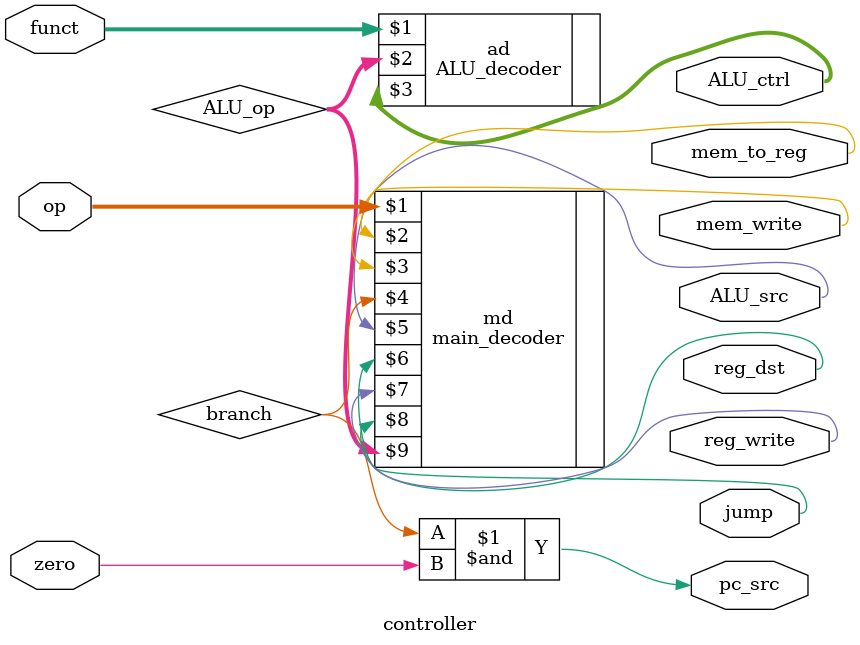
<source format=sv>
`timescale 1ns / 1ps


module controller(
    input logic     [5:0] op, funct,
    input logic     zero,
    output logic    mem_to_reg, mem_write,
    output logic    pc_src, ALU_src,
    output logic    reg_dst, reg_write,
    output logic    jump,
    output logic    [2:0] ALU_ctrl
    );
    
    logic [1:0] ALU_op;
    logic       branch;
    
    main_decoder    md(op,mem_to_reg,mem_write,branch,ALU_src,reg_dst,reg_write,jump,ALU_op);
    ALU_decoder     ad(funct,ALU_op,ALU_ctrl);
    
    assign pc_src = branch & zero;
    
endmodule

</source>
